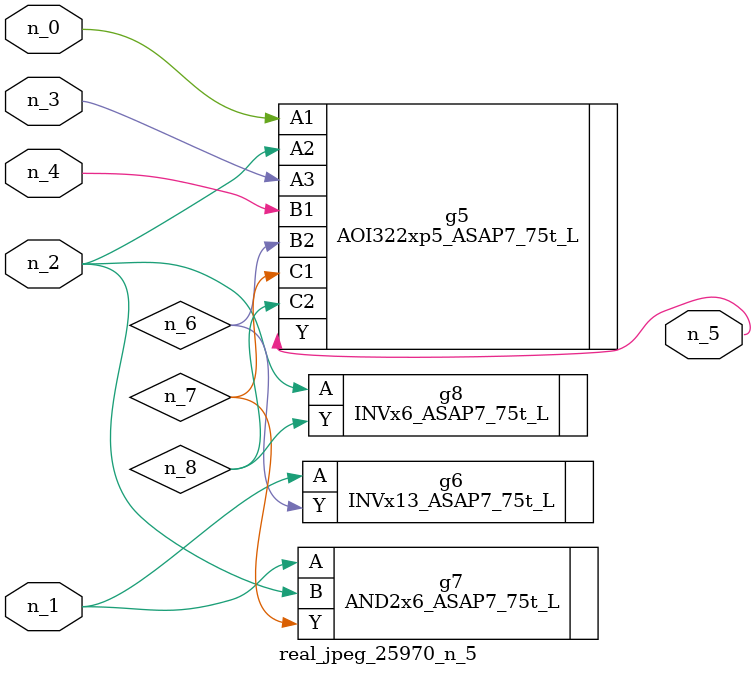
<source format=v>
module real_jpeg_25970_n_5 (n_4, n_0, n_1, n_2, n_3, n_5);

input n_4;
input n_0;
input n_1;
input n_2;
input n_3;

output n_5;

wire n_8;
wire n_6;
wire n_7;

AOI322xp5_ASAP7_75t_L g5 ( 
.A1(n_0),
.A2(n_2),
.A3(n_3),
.B1(n_4),
.B2(n_6),
.C1(n_7),
.C2(n_8),
.Y(n_5)
);

INVx13_ASAP7_75t_L g6 ( 
.A(n_1),
.Y(n_6)
);

AND2x6_ASAP7_75t_L g7 ( 
.A(n_1),
.B(n_2),
.Y(n_7)
);

INVx6_ASAP7_75t_L g8 ( 
.A(n_2),
.Y(n_8)
);


endmodule
</source>
